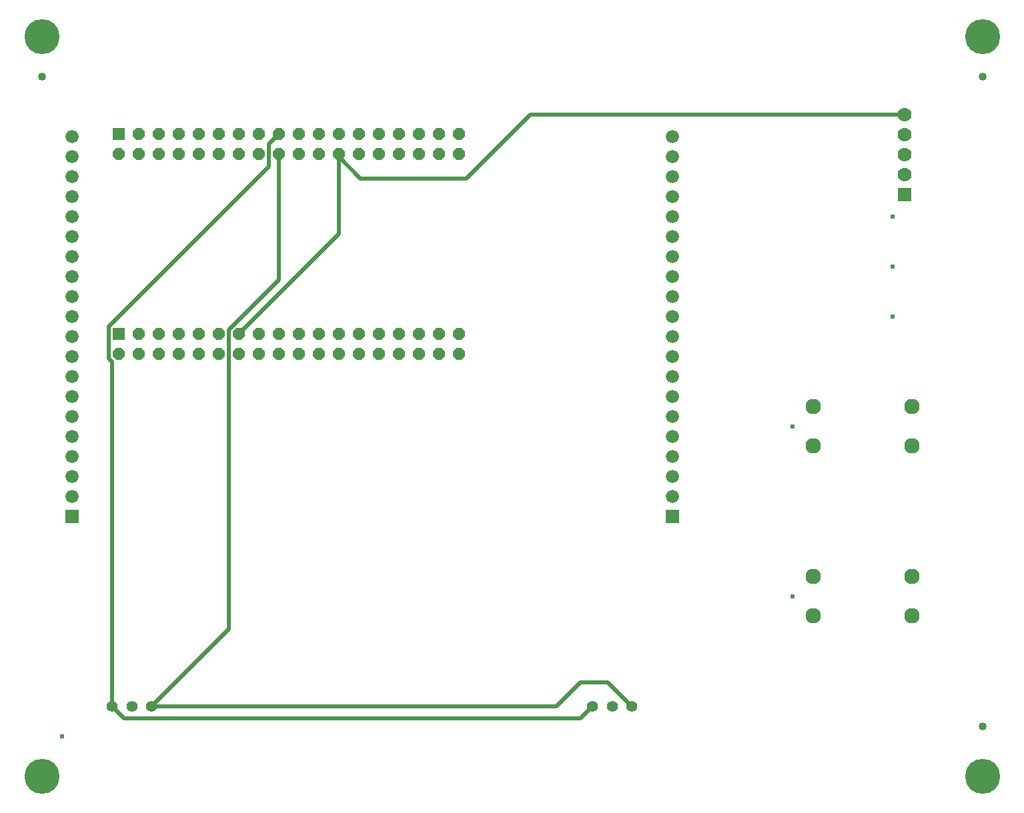
<source format=gbr>
G04 EAGLE Gerber RS-274X export*
G75*
%MOMM*%
%FSLAX34Y34*%
%LPD*%
%INBottom Copper*%
%IPPOS*%
%AMOC8*
5,1,8,0,0,1.08239X$1,22.5*%
G01*
%ADD10R,1.524000X1.524000*%
%ADD11P,1.649562X8X22.500000*%
%ADD12C,1.960000*%
%ADD13C,1.400000*%
%ADD14R,1.676400X1.676400*%
%ADD15C,1.676400*%
%ADD16C,4.445000*%
%ADD17C,1.016000*%
%ADD18R,1.778000X1.778000*%
%ADD19C,1.778000*%
%ADD20C,0.609600*%
%ADD21C,0.508000*%


D10*
X135300Y853700D03*
D11*
X135300Y828300D03*
X160700Y853700D03*
X160700Y828300D03*
X186100Y853700D03*
X186100Y828300D03*
X211500Y853700D03*
X211500Y828300D03*
X236900Y853700D03*
X236900Y828300D03*
X262300Y853700D03*
X262300Y828300D03*
X287700Y853700D03*
X287700Y828300D03*
X313100Y853700D03*
X313100Y828300D03*
X338500Y853700D03*
X338500Y828300D03*
X363900Y853700D03*
X363900Y828300D03*
X389300Y853700D03*
X389300Y828300D03*
X414700Y853700D03*
X414700Y828300D03*
X440100Y853700D03*
X440100Y828300D03*
X465500Y853700D03*
X465500Y828300D03*
X490900Y853700D03*
X490900Y828300D03*
X516300Y853700D03*
X516300Y828300D03*
X541700Y853700D03*
X541700Y828300D03*
X567100Y853700D03*
X567100Y828300D03*
D10*
X135300Y599700D03*
D11*
X135300Y574300D03*
X160700Y599700D03*
X160700Y574300D03*
X186100Y599700D03*
X186100Y574300D03*
X211500Y599700D03*
X211500Y574300D03*
X236900Y599700D03*
X236900Y574300D03*
X262300Y599700D03*
X262300Y574300D03*
X287700Y599700D03*
X287700Y574300D03*
X313100Y599700D03*
X313100Y574300D03*
X338500Y599700D03*
X338500Y574300D03*
X363900Y599700D03*
X363900Y574300D03*
X389300Y599700D03*
X389300Y574300D03*
X414700Y599700D03*
X414700Y574300D03*
X440100Y599700D03*
X440100Y574300D03*
X465500Y599700D03*
X465500Y574300D03*
X490900Y599700D03*
X490900Y574300D03*
X516300Y599700D03*
X516300Y574300D03*
X541700Y599700D03*
X541700Y574300D03*
X567100Y599700D03*
X567100Y574300D03*
D12*
X1017000Y291700D03*
X1017000Y241700D03*
X1142000Y291700D03*
X1142000Y241700D03*
X1017000Y507600D03*
X1017000Y457600D03*
X1142000Y507600D03*
X1142000Y457600D03*
D13*
X737000Y127000D03*
X787000Y127000D03*
X762000Y127000D03*
X127400Y127000D03*
X177400Y127000D03*
X152400Y127000D03*
D14*
X838200Y368300D03*
D15*
X838200Y393700D03*
X838200Y419100D03*
X838200Y444500D03*
X838200Y469900D03*
X838200Y495300D03*
X838200Y520700D03*
X838200Y546100D03*
X838200Y571500D03*
X838200Y596900D03*
X838200Y622300D03*
X838200Y647700D03*
X838200Y673100D03*
X838200Y698500D03*
X838200Y723900D03*
X838200Y749300D03*
X838200Y774700D03*
X838200Y800100D03*
X838200Y825500D03*
X838200Y850900D03*
D14*
X76200Y368300D03*
D15*
X76200Y393700D03*
X76200Y419100D03*
X76200Y444500D03*
X76200Y469900D03*
X76200Y495300D03*
X76200Y520700D03*
X76200Y546100D03*
X76200Y571500D03*
X76200Y596900D03*
X76200Y622300D03*
X76200Y647700D03*
X76200Y673100D03*
X76200Y698500D03*
X76200Y723900D03*
X76200Y749300D03*
X76200Y774700D03*
X76200Y800100D03*
X76200Y825500D03*
X76200Y850900D03*
D16*
X38100Y38100D03*
X38100Y977900D03*
X1231900Y977900D03*
X1231900Y38100D03*
D17*
X38100Y927100D03*
X1231900Y927100D03*
X1231900Y101600D03*
D18*
X1132840Y777240D03*
D19*
X1132840Y802640D03*
X1132840Y828040D03*
X1132840Y853440D03*
X1132840Y878840D03*
D20*
X1117600Y622300D03*
X1117600Y685800D03*
X1117600Y749300D03*
X63500Y88900D03*
D21*
X576580Y797560D02*
X657860Y878840D01*
X576580Y797560D02*
X441960Y797560D01*
X414700Y824820D02*
X414700Y828300D01*
X657860Y878840D02*
X1132840Y878840D01*
X441960Y797560D02*
X414700Y824820D01*
X414700Y726700D02*
X287700Y599700D01*
X414700Y726700D02*
X414700Y824820D01*
D20*
X990600Y266700D03*
X990600Y482600D03*
D21*
X338500Y668461D02*
X338500Y828300D01*
X338500Y668461D02*
X275000Y604961D01*
X275000Y224600D02*
X177400Y127000D01*
X275000Y224600D02*
X275000Y604961D01*
X177400Y127000D02*
X690880Y127000D01*
X721360Y157480D01*
X756520Y157480D02*
X787000Y127000D01*
X756520Y157480D02*
X721360Y157480D01*
X127400Y564239D02*
X122600Y569039D01*
X127400Y564239D02*
X127400Y127000D01*
X325800Y841000D02*
X338500Y853700D01*
X122600Y609424D02*
X122600Y569039D01*
X325800Y812624D02*
X325800Y841000D01*
X325800Y812624D02*
X122600Y609424D01*
X127400Y127000D02*
X142640Y111760D01*
X721760Y111760D02*
X737000Y127000D01*
X721760Y111760D02*
X142640Y111760D01*
M02*

</source>
